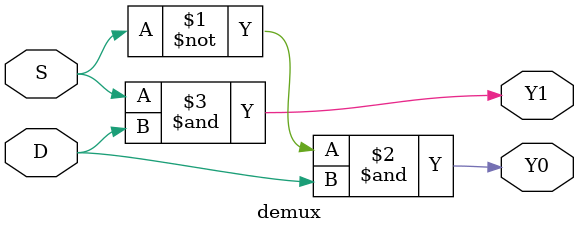
<source format=v>
`timescale 1ns / 1ps


module demux(
    input S,D,
    output Y0, Y1
    );
    
    assign Y0 = ~S&D;
    assign Y1 = S&D;
endmodule

</source>
